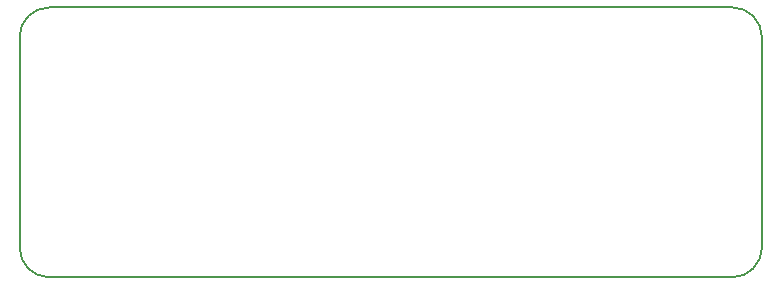
<source format=gbr>
G04 #@! TF.GenerationSoftware,KiCad,Pcbnew,(5.0.0)*
G04 #@! TF.CreationDate,2019-08-21T13:25:49-04:00*
G04 #@! TF.ProjectId,7segment,377365676D656E742E6B696361645F70,B*
G04 #@! TF.SameCoordinates,Original*
G04 #@! TF.FileFunction,Profile,NP*
%FSLAX46Y46*%
G04 Gerber Fmt 4.6, Leading zero omitted, Abs format (unit mm)*
G04 Created by KiCad (PCBNEW (5.0.0)) date 08/21/19 13:25:49*
%MOMM*%
%LPD*%
G01*
G04 APERTURE LIST*
%ADD10C,0.150000*%
G04 APERTURE END LIST*
D10*
X41910000Y-58420000D02*
G75*
G02X39370000Y-55880000I0J2540000D01*
G01*
X39370000Y-38100000D02*
G75*
G02X41910000Y-35560000I2540000J0D01*
G01*
X99695000Y-35560000D02*
G75*
G02X102235000Y-38100000I0J-2540000D01*
G01*
X102235000Y-55880000D02*
G75*
G02X99695000Y-58420000I-2540000J0D01*
G01*
X41910000Y-35560000D02*
X99695000Y-35560000D01*
X99695000Y-58420000D02*
X41910000Y-58420000D01*
X102235000Y-38100000D02*
X102235000Y-55880000D01*
X39370000Y-55880000D02*
X39370000Y-38100000D01*
M02*

</source>
